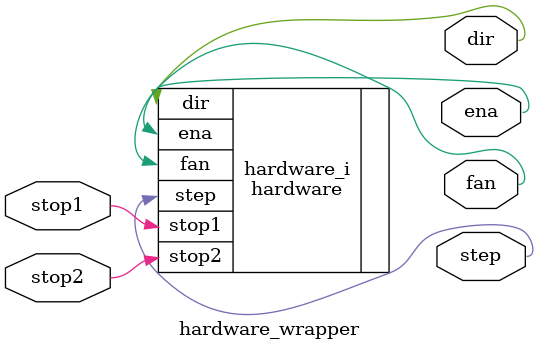
<source format=v>
`timescale 1 ps / 1 ps

module hardware_wrapper
   (dir,
    ena,
    fan,
    step,
    stop1,
    stop2);
  output dir;
  output ena;
  output fan;
  output step;
  input stop1;
  input stop2;

  wire dir;
  wire ena;
  wire fan;
  wire step;
  wire stop1;
  wire stop2;

  hardware hardware_i
       (.dir(dir),
        .ena(ena),
        .fan(fan),
        .step(step),
        .stop1(stop1),
        .stop2(stop2));
endmodule

</source>
